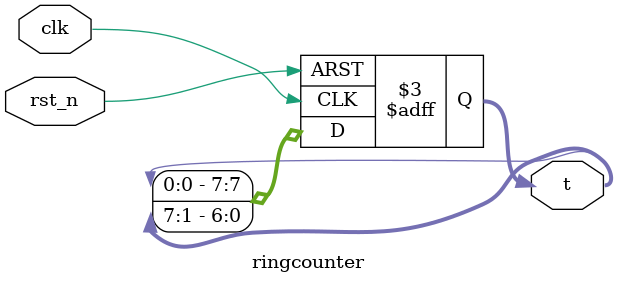
<source format=v>
`timescale 1ns / 1ps


module ringcounter(
    input clk,
    input rst_n,
    output [7:0]t
    );
    reg [7:0]t;

    always@(posedge clk or negedge rst_n)
    begin
        if(~rst_n)t<=8'b01010101;
        else
            begin
                t[0] <= t[1];
                t[1] <= t[2];
                t[2] <= t[3];
                t[3] <= t[4];
                t[4] <= t[5];
                t[5] <= t[6];
                t[6] <= t[7];
                t[7] <= t[0];
            end
    end
endmodule

</source>
